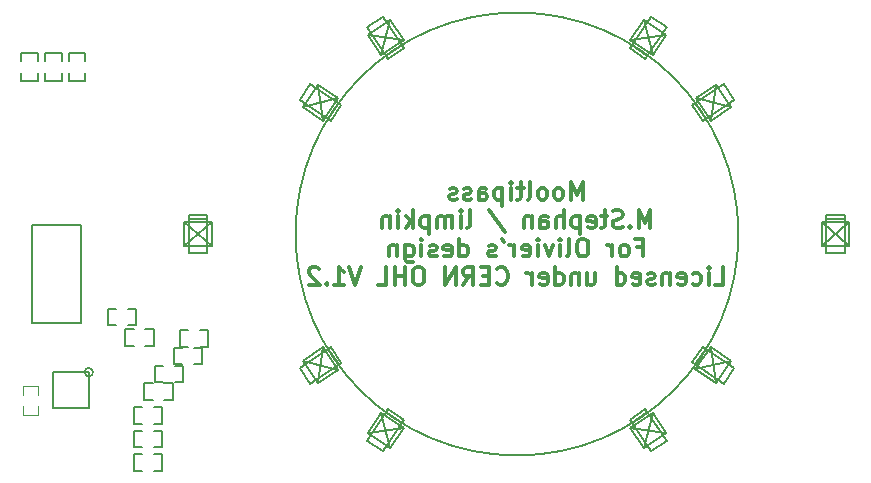
<source format=gbo>
G04 (created by PCBNEW (2013-07-07 BZR 4022)-stable) date 07/05/2014 00:24:05*
%MOIN*%
G04 Gerber Fmt 3.4, Leading zero omitted, Abs format*
%FSLAX34Y34*%
G01*
G70*
G90*
G04 APERTURE LIST*
%ADD10C,0.00590551*%
%ADD11C,0.011811*%
%ADD12C,0.0047*%
%ADD13C,0.005*%
G04 APERTURE END LIST*
G54D10*
G54D11*
X76302Y-57187D02*
X76302Y-56597D01*
X76105Y-57019D01*
X75908Y-56597D01*
X75908Y-57187D01*
X75542Y-57187D02*
X75598Y-57159D01*
X75627Y-57131D01*
X75655Y-57075D01*
X75655Y-56906D01*
X75627Y-56850D01*
X75598Y-56822D01*
X75542Y-56794D01*
X75458Y-56794D01*
X75402Y-56822D01*
X75374Y-56850D01*
X75345Y-56906D01*
X75345Y-57075D01*
X75374Y-57131D01*
X75402Y-57159D01*
X75458Y-57187D01*
X75542Y-57187D01*
X75008Y-57187D02*
X75064Y-57159D01*
X75092Y-57131D01*
X75120Y-57075D01*
X75120Y-56906D01*
X75092Y-56850D01*
X75064Y-56822D01*
X75008Y-56794D01*
X74924Y-56794D01*
X74867Y-56822D01*
X74839Y-56850D01*
X74811Y-56906D01*
X74811Y-57075D01*
X74839Y-57131D01*
X74867Y-57159D01*
X74924Y-57187D01*
X75008Y-57187D01*
X74474Y-57187D02*
X74530Y-57159D01*
X74558Y-57103D01*
X74558Y-56597D01*
X74333Y-56794D02*
X74108Y-56794D01*
X74249Y-56597D02*
X74249Y-57103D01*
X74221Y-57159D01*
X74164Y-57187D01*
X74108Y-57187D01*
X73911Y-57187D02*
X73911Y-56794D01*
X73911Y-56597D02*
X73939Y-56625D01*
X73911Y-56653D01*
X73883Y-56625D01*
X73911Y-56597D01*
X73911Y-56653D01*
X73630Y-56794D02*
X73630Y-57384D01*
X73630Y-56822D02*
X73574Y-56794D01*
X73461Y-56794D01*
X73405Y-56822D01*
X73377Y-56850D01*
X73349Y-56906D01*
X73349Y-57075D01*
X73377Y-57131D01*
X73405Y-57159D01*
X73461Y-57187D01*
X73574Y-57187D01*
X73630Y-57159D01*
X72843Y-57187D02*
X72843Y-56878D01*
X72871Y-56822D01*
X72927Y-56794D01*
X73039Y-56794D01*
X73096Y-56822D01*
X72843Y-57159D02*
X72899Y-57187D01*
X73039Y-57187D01*
X73096Y-57159D01*
X73124Y-57103D01*
X73124Y-57047D01*
X73096Y-56991D01*
X73039Y-56962D01*
X72899Y-56962D01*
X72843Y-56934D01*
X72589Y-57159D02*
X72533Y-57187D01*
X72421Y-57187D01*
X72365Y-57159D01*
X72336Y-57103D01*
X72336Y-57075D01*
X72365Y-57019D01*
X72421Y-56991D01*
X72505Y-56991D01*
X72561Y-56962D01*
X72589Y-56906D01*
X72589Y-56878D01*
X72561Y-56822D01*
X72505Y-56794D01*
X72421Y-56794D01*
X72365Y-56822D01*
X72111Y-57159D02*
X72055Y-57187D01*
X71943Y-57187D01*
X71886Y-57159D01*
X71858Y-57103D01*
X71858Y-57075D01*
X71886Y-57019D01*
X71943Y-56991D01*
X72027Y-56991D01*
X72083Y-56962D01*
X72111Y-56906D01*
X72111Y-56878D01*
X72083Y-56822D01*
X72027Y-56794D01*
X71943Y-56794D01*
X71886Y-56822D01*
X78565Y-58132D02*
X78565Y-57542D01*
X78368Y-57964D01*
X78172Y-57542D01*
X78172Y-58132D01*
X77890Y-58076D02*
X77862Y-58104D01*
X77890Y-58132D01*
X77919Y-58104D01*
X77890Y-58076D01*
X77890Y-58132D01*
X77637Y-58104D02*
X77553Y-58132D01*
X77412Y-58132D01*
X77356Y-58104D01*
X77328Y-58076D01*
X77300Y-58020D01*
X77300Y-57964D01*
X77328Y-57907D01*
X77356Y-57879D01*
X77412Y-57851D01*
X77525Y-57823D01*
X77581Y-57795D01*
X77609Y-57767D01*
X77637Y-57710D01*
X77637Y-57654D01*
X77609Y-57598D01*
X77581Y-57570D01*
X77525Y-57542D01*
X77384Y-57542D01*
X77300Y-57570D01*
X77131Y-57739D02*
X76906Y-57739D01*
X77047Y-57542D02*
X77047Y-58048D01*
X77019Y-58104D01*
X76962Y-58132D01*
X76906Y-58132D01*
X76484Y-58104D02*
X76541Y-58132D01*
X76653Y-58132D01*
X76709Y-58104D01*
X76737Y-58048D01*
X76737Y-57823D01*
X76709Y-57767D01*
X76653Y-57739D01*
X76541Y-57739D01*
X76484Y-57767D01*
X76456Y-57823D01*
X76456Y-57879D01*
X76737Y-57935D01*
X76203Y-57739D02*
X76203Y-58329D01*
X76203Y-57767D02*
X76147Y-57739D01*
X76034Y-57739D01*
X75978Y-57767D01*
X75950Y-57795D01*
X75922Y-57851D01*
X75922Y-58020D01*
X75950Y-58076D01*
X75978Y-58104D01*
X76034Y-58132D01*
X76147Y-58132D01*
X76203Y-58104D01*
X75669Y-58132D02*
X75669Y-57542D01*
X75416Y-58132D02*
X75416Y-57823D01*
X75444Y-57767D01*
X75500Y-57739D01*
X75584Y-57739D01*
X75641Y-57767D01*
X75669Y-57795D01*
X74881Y-58132D02*
X74881Y-57823D01*
X74910Y-57767D01*
X74966Y-57739D01*
X75078Y-57739D01*
X75134Y-57767D01*
X74881Y-58104D02*
X74938Y-58132D01*
X75078Y-58132D01*
X75134Y-58104D01*
X75163Y-58048D01*
X75163Y-57992D01*
X75134Y-57935D01*
X75078Y-57907D01*
X74938Y-57907D01*
X74881Y-57879D01*
X74600Y-57739D02*
X74600Y-58132D01*
X74600Y-57795D02*
X74572Y-57767D01*
X74516Y-57739D01*
X74431Y-57739D01*
X74375Y-57767D01*
X74347Y-57823D01*
X74347Y-58132D01*
X73194Y-57514D02*
X73700Y-58273D01*
X72463Y-58132D02*
X72519Y-58104D01*
X72547Y-58048D01*
X72547Y-57542D01*
X72238Y-58132D02*
X72238Y-57739D01*
X72238Y-57542D02*
X72266Y-57570D01*
X72238Y-57598D01*
X72210Y-57570D01*
X72238Y-57542D01*
X72238Y-57598D01*
X71957Y-58132D02*
X71957Y-57739D01*
X71957Y-57795D02*
X71929Y-57767D01*
X71872Y-57739D01*
X71788Y-57739D01*
X71732Y-57767D01*
X71704Y-57823D01*
X71704Y-58132D01*
X71704Y-57823D02*
X71676Y-57767D01*
X71619Y-57739D01*
X71535Y-57739D01*
X71479Y-57767D01*
X71451Y-57823D01*
X71451Y-58132D01*
X71169Y-57739D02*
X71169Y-58329D01*
X71169Y-57767D02*
X71113Y-57739D01*
X71001Y-57739D01*
X70944Y-57767D01*
X70916Y-57795D01*
X70888Y-57851D01*
X70888Y-58020D01*
X70916Y-58076D01*
X70944Y-58104D01*
X71001Y-58132D01*
X71113Y-58132D01*
X71169Y-58104D01*
X70635Y-58132D02*
X70635Y-57542D01*
X70579Y-57907D02*
X70410Y-58132D01*
X70410Y-57739D02*
X70635Y-57964D01*
X70157Y-58132D02*
X70157Y-57739D01*
X70157Y-57542D02*
X70185Y-57570D01*
X70157Y-57598D01*
X70129Y-57570D01*
X70157Y-57542D01*
X70157Y-57598D01*
X69876Y-57739D02*
X69876Y-58132D01*
X69876Y-57795D02*
X69848Y-57767D01*
X69791Y-57739D01*
X69707Y-57739D01*
X69651Y-57767D01*
X69623Y-57823D01*
X69623Y-58132D01*
X78129Y-58768D02*
X78326Y-58768D01*
X78326Y-59077D02*
X78326Y-58487D01*
X78045Y-58487D01*
X77736Y-59077D02*
X77792Y-59049D01*
X77820Y-59021D01*
X77848Y-58965D01*
X77848Y-58796D01*
X77820Y-58740D01*
X77792Y-58712D01*
X77736Y-58683D01*
X77651Y-58683D01*
X77595Y-58712D01*
X77567Y-58740D01*
X77539Y-58796D01*
X77539Y-58965D01*
X77567Y-59021D01*
X77595Y-59049D01*
X77651Y-59077D01*
X77736Y-59077D01*
X77286Y-59077D02*
X77286Y-58683D01*
X77286Y-58796D02*
X77258Y-58740D01*
X77230Y-58712D01*
X77173Y-58683D01*
X77117Y-58683D01*
X76358Y-58487D02*
X76245Y-58487D01*
X76189Y-58515D01*
X76133Y-58571D01*
X76105Y-58683D01*
X76105Y-58880D01*
X76133Y-58993D01*
X76189Y-59049D01*
X76245Y-59077D01*
X76358Y-59077D01*
X76414Y-59049D01*
X76470Y-58993D01*
X76498Y-58880D01*
X76498Y-58683D01*
X76470Y-58571D01*
X76414Y-58515D01*
X76358Y-58487D01*
X75767Y-59077D02*
X75823Y-59049D01*
X75852Y-58993D01*
X75852Y-58487D01*
X75542Y-59077D02*
X75542Y-58683D01*
X75542Y-58487D02*
X75570Y-58515D01*
X75542Y-58543D01*
X75514Y-58515D01*
X75542Y-58487D01*
X75542Y-58543D01*
X75317Y-58683D02*
X75177Y-59077D01*
X75036Y-58683D01*
X74811Y-59077D02*
X74811Y-58683D01*
X74811Y-58487D02*
X74839Y-58515D01*
X74811Y-58543D01*
X74783Y-58515D01*
X74811Y-58487D01*
X74811Y-58543D01*
X74305Y-59049D02*
X74361Y-59077D01*
X74474Y-59077D01*
X74530Y-59049D01*
X74558Y-58993D01*
X74558Y-58768D01*
X74530Y-58712D01*
X74474Y-58683D01*
X74361Y-58683D01*
X74305Y-58712D01*
X74277Y-58768D01*
X74277Y-58824D01*
X74558Y-58880D01*
X74024Y-59077D02*
X74024Y-58683D01*
X74024Y-58796D02*
X73996Y-58740D01*
X73967Y-58712D01*
X73911Y-58683D01*
X73855Y-58683D01*
X73630Y-58487D02*
X73686Y-58599D01*
X73405Y-59049D02*
X73349Y-59077D01*
X73236Y-59077D01*
X73180Y-59049D01*
X73152Y-58993D01*
X73152Y-58965D01*
X73180Y-58908D01*
X73236Y-58880D01*
X73321Y-58880D01*
X73377Y-58852D01*
X73405Y-58796D01*
X73405Y-58768D01*
X73377Y-58712D01*
X73321Y-58683D01*
X73236Y-58683D01*
X73180Y-58712D01*
X72196Y-59077D02*
X72196Y-58487D01*
X72196Y-59049D02*
X72252Y-59077D01*
X72365Y-59077D01*
X72421Y-59049D01*
X72449Y-59021D01*
X72477Y-58965D01*
X72477Y-58796D01*
X72449Y-58740D01*
X72421Y-58712D01*
X72365Y-58683D01*
X72252Y-58683D01*
X72196Y-58712D01*
X71690Y-59049D02*
X71746Y-59077D01*
X71858Y-59077D01*
X71915Y-59049D01*
X71943Y-58993D01*
X71943Y-58768D01*
X71915Y-58712D01*
X71858Y-58683D01*
X71746Y-58683D01*
X71690Y-58712D01*
X71661Y-58768D01*
X71661Y-58824D01*
X71943Y-58880D01*
X71437Y-59049D02*
X71380Y-59077D01*
X71268Y-59077D01*
X71212Y-59049D01*
X71183Y-58993D01*
X71183Y-58965D01*
X71212Y-58908D01*
X71268Y-58880D01*
X71352Y-58880D01*
X71408Y-58852D01*
X71437Y-58796D01*
X71437Y-58768D01*
X71408Y-58712D01*
X71352Y-58683D01*
X71268Y-58683D01*
X71212Y-58712D01*
X70930Y-59077D02*
X70930Y-58683D01*
X70930Y-58487D02*
X70958Y-58515D01*
X70930Y-58543D01*
X70902Y-58515D01*
X70930Y-58487D01*
X70930Y-58543D01*
X70396Y-58683D02*
X70396Y-59161D01*
X70424Y-59218D01*
X70452Y-59246D01*
X70508Y-59274D01*
X70593Y-59274D01*
X70649Y-59246D01*
X70396Y-59049D02*
X70452Y-59077D01*
X70565Y-59077D01*
X70621Y-59049D01*
X70649Y-59021D01*
X70677Y-58965D01*
X70677Y-58796D01*
X70649Y-58740D01*
X70621Y-58712D01*
X70565Y-58683D01*
X70452Y-58683D01*
X70396Y-58712D01*
X70115Y-58683D02*
X70115Y-59077D01*
X70115Y-58740D02*
X70087Y-58712D01*
X70030Y-58683D01*
X69946Y-58683D01*
X69890Y-58712D01*
X69862Y-58768D01*
X69862Y-59077D01*
X80703Y-60022D02*
X80984Y-60022D01*
X80984Y-59431D01*
X80506Y-60022D02*
X80506Y-59628D01*
X80506Y-59431D02*
X80534Y-59460D01*
X80506Y-59488D01*
X80478Y-59460D01*
X80506Y-59431D01*
X80506Y-59488D01*
X79971Y-59994D02*
X80028Y-60022D01*
X80140Y-60022D01*
X80196Y-59994D01*
X80224Y-59966D01*
X80253Y-59910D01*
X80253Y-59741D01*
X80224Y-59685D01*
X80196Y-59656D01*
X80140Y-59628D01*
X80028Y-59628D01*
X79971Y-59656D01*
X79493Y-59994D02*
X79550Y-60022D01*
X79662Y-60022D01*
X79718Y-59994D01*
X79746Y-59938D01*
X79746Y-59713D01*
X79718Y-59656D01*
X79662Y-59628D01*
X79550Y-59628D01*
X79493Y-59656D01*
X79465Y-59713D01*
X79465Y-59769D01*
X79746Y-59825D01*
X79212Y-59628D02*
X79212Y-60022D01*
X79212Y-59685D02*
X79184Y-59656D01*
X79128Y-59628D01*
X79043Y-59628D01*
X78987Y-59656D01*
X78959Y-59713D01*
X78959Y-60022D01*
X78706Y-59994D02*
X78650Y-60022D01*
X78537Y-60022D01*
X78481Y-59994D01*
X78453Y-59938D01*
X78453Y-59910D01*
X78481Y-59853D01*
X78537Y-59825D01*
X78622Y-59825D01*
X78678Y-59797D01*
X78706Y-59741D01*
X78706Y-59713D01*
X78678Y-59656D01*
X78622Y-59628D01*
X78537Y-59628D01*
X78481Y-59656D01*
X77975Y-59994D02*
X78031Y-60022D01*
X78143Y-60022D01*
X78200Y-59994D01*
X78228Y-59938D01*
X78228Y-59713D01*
X78200Y-59656D01*
X78143Y-59628D01*
X78031Y-59628D01*
X77975Y-59656D01*
X77947Y-59713D01*
X77947Y-59769D01*
X78228Y-59825D01*
X77440Y-60022D02*
X77440Y-59431D01*
X77440Y-59994D02*
X77497Y-60022D01*
X77609Y-60022D01*
X77665Y-59994D01*
X77694Y-59966D01*
X77722Y-59910D01*
X77722Y-59741D01*
X77694Y-59685D01*
X77665Y-59656D01*
X77609Y-59628D01*
X77497Y-59628D01*
X77440Y-59656D01*
X76456Y-59628D02*
X76456Y-60022D01*
X76709Y-59628D02*
X76709Y-59938D01*
X76681Y-59994D01*
X76625Y-60022D01*
X76541Y-60022D01*
X76484Y-59994D01*
X76456Y-59966D01*
X76175Y-59628D02*
X76175Y-60022D01*
X76175Y-59685D02*
X76147Y-59656D01*
X76091Y-59628D01*
X76006Y-59628D01*
X75950Y-59656D01*
X75922Y-59713D01*
X75922Y-60022D01*
X75388Y-60022D02*
X75388Y-59431D01*
X75388Y-59994D02*
X75444Y-60022D01*
X75556Y-60022D01*
X75613Y-59994D01*
X75641Y-59966D01*
X75669Y-59910D01*
X75669Y-59741D01*
X75641Y-59685D01*
X75613Y-59656D01*
X75556Y-59628D01*
X75444Y-59628D01*
X75388Y-59656D01*
X74881Y-59994D02*
X74938Y-60022D01*
X75050Y-60022D01*
X75106Y-59994D01*
X75134Y-59938D01*
X75134Y-59713D01*
X75106Y-59656D01*
X75050Y-59628D01*
X74938Y-59628D01*
X74881Y-59656D01*
X74853Y-59713D01*
X74853Y-59769D01*
X75134Y-59825D01*
X74600Y-60022D02*
X74600Y-59628D01*
X74600Y-59741D02*
X74572Y-59685D01*
X74544Y-59656D01*
X74488Y-59628D01*
X74431Y-59628D01*
X73447Y-59966D02*
X73475Y-59994D01*
X73560Y-60022D01*
X73616Y-60022D01*
X73700Y-59994D01*
X73757Y-59938D01*
X73785Y-59881D01*
X73813Y-59769D01*
X73813Y-59685D01*
X73785Y-59572D01*
X73757Y-59516D01*
X73700Y-59460D01*
X73616Y-59431D01*
X73560Y-59431D01*
X73475Y-59460D01*
X73447Y-59488D01*
X73194Y-59713D02*
X72997Y-59713D01*
X72913Y-60022D02*
X73194Y-60022D01*
X73194Y-59431D01*
X72913Y-59431D01*
X72322Y-60022D02*
X72519Y-59741D01*
X72660Y-60022D02*
X72660Y-59431D01*
X72435Y-59431D01*
X72379Y-59460D01*
X72350Y-59488D01*
X72322Y-59544D01*
X72322Y-59628D01*
X72350Y-59685D01*
X72379Y-59713D01*
X72435Y-59741D01*
X72660Y-59741D01*
X72069Y-60022D02*
X72069Y-59431D01*
X71732Y-60022D01*
X71732Y-59431D01*
X70888Y-59431D02*
X70776Y-59431D01*
X70719Y-59460D01*
X70663Y-59516D01*
X70635Y-59628D01*
X70635Y-59825D01*
X70663Y-59938D01*
X70719Y-59994D01*
X70776Y-60022D01*
X70888Y-60022D01*
X70944Y-59994D01*
X71001Y-59938D01*
X71029Y-59825D01*
X71029Y-59628D01*
X71001Y-59516D01*
X70944Y-59460D01*
X70888Y-59431D01*
X70382Y-60022D02*
X70382Y-59431D01*
X70382Y-59713D02*
X70044Y-59713D01*
X70044Y-60022D02*
X70044Y-59431D01*
X69482Y-60022D02*
X69763Y-60022D01*
X69763Y-59431D01*
X68920Y-59431D02*
X68723Y-60022D01*
X68526Y-59431D01*
X68020Y-60022D02*
X68357Y-60022D01*
X68188Y-60022D02*
X68188Y-59431D01*
X68245Y-59516D01*
X68301Y-59572D01*
X68357Y-59600D01*
X67767Y-59966D02*
X67739Y-59994D01*
X67767Y-60022D01*
X67795Y-59994D01*
X67767Y-59966D01*
X67767Y-60022D01*
X67514Y-59488D02*
X67485Y-59460D01*
X67429Y-59431D01*
X67289Y-59431D01*
X67232Y-59460D01*
X67204Y-59488D01*
X67176Y-59544D01*
X67176Y-59600D01*
X67204Y-59685D01*
X67542Y-60022D01*
X67176Y-60022D01*
G54D12*
X58149Y-64074D02*
X58149Y-64349D01*
X58149Y-63680D02*
X58149Y-63405D01*
X57637Y-64074D02*
X57637Y-64349D01*
X57637Y-63405D02*
X57637Y-63680D01*
X57643Y-64349D02*
X58143Y-64349D01*
X58143Y-63405D02*
X57643Y-63405D01*
G54D10*
X59586Y-61279D02*
X59586Y-58011D01*
X59586Y-58011D02*
X57933Y-58011D01*
X57933Y-58011D02*
X57933Y-61279D01*
X57933Y-61279D02*
X59586Y-61279D01*
G54D13*
X59723Y-52952D02*
X59723Y-53230D01*
X59723Y-53230D02*
X59173Y-53230D01*
X59173Y-53230D02*
X59173Y-52952D01*
X59723Y-52280D02*
X59723Y-52558D01*
X59723Y-52280D02*
X59173Y-52280D01*
X59173Y-52280D02*
X59173Y-52558D01*
X61732Y-61496D02*
X62010Y-61496D01*
X62010Y-61496D02*
X62010Y-62046D01*
X62010Y-62046D02*
X61732Y-62046D01*
X61060Y-61496D02*
X61338Y-61496D01*
X61060Y-61496D02*
X61060Y-62046D01*
X61060Y-62046D02*
X61338Y-62046D01*
X62716Y-62717D02*
X62994Y-62717D01*
X62994Y-62717D02*
X62994Y-63267D01*
X62994Y-63267D02*
X62716Y-63267D01*
X62044Y-62717D02*
X62322Y-62717D01*
X62044Y-62717D02*
X62044Y-63267D01*
X62044Y-63267D02*
X62322Y-63267D01*
X62362Y-63307D02*
X62640Y-63307D01*
X62640Y-63307D02*
X62640Y-63857D01*
X62640Y-63857D02*
X62362Y-63857D01*
X61690Y-63307D02*
X61968Y-63307D01*
X61690Y-63307D02*
X61690Y-63857D01*
X61690Y-63857D02*
X61968Y-63857D01*
X57599Y-52558D02*
X57599Y-52280D01*
X57599Y-52280D02*
X58149Y-52280D01*
X58149Y-52280D02*
X58149Y-52558D01*
X57599Y-53230D02*
X57599Y-52952D01*
X57599Y-53230D02*
X58149Y-53230D01*
X58149Y-53230D02*
X58149Y-52952D01*
X63543Y-61536D02*
X63821Y-61536D01*
X63821Y-61536D02*
X63821Y-62086D01*
X63821Y-62086D02*
X63543Y-62086D01*
X62871Y-61536D02*
X63149Y-61536D01*
X62871Y-61536D02*
X62871Y-62086D01*
X62871Y-62086D02*
X63149Y-62086D01*
X63346Y-62126D02*
X63624Y-62126D01*
X63624Y-62126D02*
X63624Y-62676D01*
X63624Y-62676D02*
X63346Y-62676D01*
X62674Y-62126D02*
X62952Y-62126D01*
X62674Y-62126D02*
X62674Y-62676D01*
X62674Y-62676D02*
X62952Y-62676D01*
X58936Y-52952D02*
X58936Y-53230D01*
X58936Y-53230D02*
X58386Y-53230D01*
X58386Y-53230D02*
X58386Y-52952D01*
X58936Y-52280D02*
X58936Y-52558D01*
X58936Y-52280D02*
X58386Y-52280D01*
X58386Y-52280D02*
X58386Y-52558D01*
X60747Y-61377D02*
X60469Y-61377D01*
X60469Y-61377D02*
X60469Y-60827D01*
X60469Y-60827D02*
X60747Y-60827D01*
X61419Y-61377D02*
X61141Y-61377D01*
X61419Y-61377D02*
X61419Y-60827D01*
X61419Y-60827D02*
X61141Y-60827D01*
X61614Y-66219D02*
X61336Y-66219D01*
X61336Y-66219D02*
X61336Y-65669D01*
X61336Y-65669D02*
X61614Y-65669D01*
X62286Y-66219D02*
X62008Y-66219D01*
X62286Y-66219D02*
X62286Y-65669D01*
X62286Y-65669D02*
X62008Y-65669D01*
X61614Y-65432D02*
X61336Y-65432D01*
X61336Y-65432D02*
X61336Y-64882D01*
X61336Y-64882D02*
X61614Y-64882D01*
X62286Y-65432D02*
X62008Y-65432D01*
X62286Y-65432D02*
X62286Y-64882D01*
X62286Y-64882D02*
X62008Y-64882D01*
X61614Y-64645D02*
X61336Y-64645D01*
X61336Y-64645D02*
X61336Y-64095D01*
X61336Y-64095D02*
X61614Y-64095D01*
X62286Y-64645D02*
X62008Y-64645D01*
X62286Y-64645D02*
X62286Y-64095D01*
X62286Y-64095D02*
X62008Y-64095D01*
G54D10*
X80413Y-62153D02*
X80060Y-62675D01*
X81359Y-62791D02*
X80315Y-62087D01*
X80315Y-62087D02*
X79963Y-62609D01*
X79963Y-62609D02*
X81007Y-63314D01*
X81007Y-63314D02*
X81359Y-62791D01*
X80750Y-63307D02*
X80571Y-62094D01*
X81257Y-62556D02*
X80065Y-62844D01*
X81257Y-62556D02*
X80571Y-62094D01*
X80571Y-62094D02*
X80065Y-62844D01*
X80065Y-62844D02*
X80750Y-63307D01*
X80750Y-63307D02*
X81257Y-62556D01*
X78465Y-64273D02*
X77941Y-64623D01*
X79100Y-65222D02*
X78399Y-64175D01*
X78399Y-64175D02*
X77876Y-64525D01*
X77876Y-64525D02*
X78576Y-65572D01*
X78576Y-65572D02*
X79100Y-65222D01*
X78341Y-65469D02*
X78634Y-64278D01*
X79094Y-64965D02*
X77881Y-64782D01*
X79094Y-64965D02*
X78634Y-64278D01*
X78634Y-64278D02*
X77881Y-64782D01*
X77881Y-64782D02*
X78341Y-65469D01*
X78341Y-65469D02*
X79094Y-64965D01*
X70286Y-64623D02*
X69763Y-64273D01*
X69651Y-65572D02*
X70352Y-64525D01*
X70352Y-64525D02*
X69828Y-64175D01*
X69828Y-64175D02*
X69128Y-65222D01*
X69128Y-65222D02*
X69651Y-65572D01*
X69133Y-64965D02*
X70346Y-64782D01*
X69886Y-65469D02*
X69593Y-64278D01*
X69886Y-65469D02*
X70346Y-64782D01*
X70346Y-64782D02*
X69593Y-64278D01*
X69593Y-64278D02*
X69133Y-64965D01*
X69133Y-64965D02*
X69886Y-65469D01*
X68167Y-62677D02*
X67817Y-62154D01*
X67218Y-63312D02*
X68265Y-62612D01*
X68265Y-62612D02*
X67915Y-62088D01*
X67915Y-62088D02*
X66868Y-62789D01*
X66868Y-62789D02*
X67218Y-63312D01*
X66971Y-62554D02*
X68162Y-62847D01*
X67475Y-63306D02*
X67658Y-62094D01*
X67475Y-63306D02*
X68162Y-62847D01*
X68162Y-62847D02*
X67658Y-62094D01*
X67658Y-62094D02*
X66971Y-62554D01*
X66971Y-62554D02*
X67475Y-63306D01*
X67817Y-54499D02*
X68167Y-53975D01*
X66868Y-53864D02*
X67915Y-54564D01*
X67915Y-54564D02*
X68265Y-54041D01*
X68265Y-54041D02*
X67218Y-53340D01*
X67218Y-53340D02*
X66868Y-53864D01*
X67475Y-53346D02*
X67658Y-54558D01*
X66971Y-54099D02*
X68162Y-53806D01*
X66971Y-54099D02*
X67658Y-54558D01*
X67658Y-54558D02*
X68162Y-53806D01*
X68162Y-53806D02*
X67475Y-53346D01*
X67475Y-53346D02*
X66971Y-54099D01*
X69763Y-52380D02*
X70286Y-52029D01*
X69128Y-51431D02*
X69828Y-52478D01*
X69828Y-52478D02*
X70352Y-52127D01*
X70352Y-52127D02*
X69651Y-51080D01*
X69651Y-51080D02*
X69128Y-51431D01*
X69886Y-51184D02*
X69593Y-52374D01*
X69133Y-51687D02*
X70346Y-51871D01*
X69133Y-51687D02*
X69593Y-52374D01*
X69593Y-52374D02*
X70346Y-51871D01*
X70346Y-51871D02*
X69886Y-51184D01*
X69886Y-51184D02*
X69133Y-51687D01*
X77941Y-52029D02*
X78465Y-52380D01*
X78576Y-51080D02*
X77876Y-52127D01*
X77876Y-52127D02*
X78399Y-52478D01*
X78399Y-52478D02*
X79100Y-51431D01*
X79100Y-51431D02*
X78576Y-51080D01*
X79094Y-51687D02*
X77881Y-51871D01*
X78341Y-51184D02*
X78634Y-52374D01*
X78341Y-51184D02*
X77881Y-51871D01*
X77881Y-51871D02*
X78634Y-52374D01*
X78634Y-52374D02*
X79094Y-51687D01*
X79094Y-51687D02*
X78341Y-51184D01*
X80060Y-53975D02*
X80411Y-54499D01*
X81009Y-53340D02*
X79962Y-54041D01*
X79962Y-54041D02*
X80313Y-54564D01*
X80313Y-54564D02*
X81360Y-53864D01*
X81360Y-53864D02*
X81009Y-53340D01*
X81256Y-54099D02*
X80066Y-53806D01*
X80753Y-53346D02*
X80569Y-54558D01*
X80753Y-53346D02*
X80066Y-53806D01*
X80066Y-53806D02*
X80569Y-54558D01*
X80569Y-54558D02*
X81256Y-54099D01*
X81256Y-54099D02*
X80753Y-53346D01*
X85059Y-57814D02*
X84429Y-57814D01*
X85059Y-58956D02*
X85059Y-57696D01*
X85059Y-57696D02*
X84429Y-57696D01*
X84429Y-57696D02*
X84429Y-58956D01*
X84429Y-58956D02*
X85059Y-58956D01*
X84291Y-58740D02*
X85196Y-57913D01*
X85196Y-58740D02*
X84291Y-57913D01*
X85196Y-58740D02*
X85196Y-57913D01*
X85196Y-57913D02*
X84291Y-57913D01*
X84291Y-57913D02*
X84291Y-58740D01*
X84291Y-58740D02*
X85196Y-58740D01*
X63799Y-57814D02*
X63169Y-57814D01*
X63799Y-58956D02*
X63799Y-57696D01*
X63799Y-57696D02*
X63169Y-57696D01*
X63169Y-57696D02*
X63169Y-58956D01*
X63169Y-58956D02*
X63799Y-58956D01*
X63031Y-58740D02*
X63937Y-57913D01*
X63937Y-58740D02*
X63031Y-57913D01*
X63937Y-58740D02*
X63937Y-57913D01*
X63937Y-57913D02*
X63031Y-57913D01*
X63031Y-57913D02*
X63031Y-58740D01*
X63031Y-58740D02*
X63937Y-58740D01*
X81496Y-58326D02*
G75*
G03X81496Y-58326I-7381J0D01*
G74*
G01*
X59984Y-62933D02*
G75*
G03X59984Y-62933I-141J0D01*
G74*
G01*
X59842Y-62933D02*
X58661Y-62933D01*
X58661Y-62933D02*
X58661Y-64114D01*
X58661Y-64114D02*
X59842Y-64114D01*
X59842Y-64114D02*
X59842Y-62933D01*
M02*

</source>
